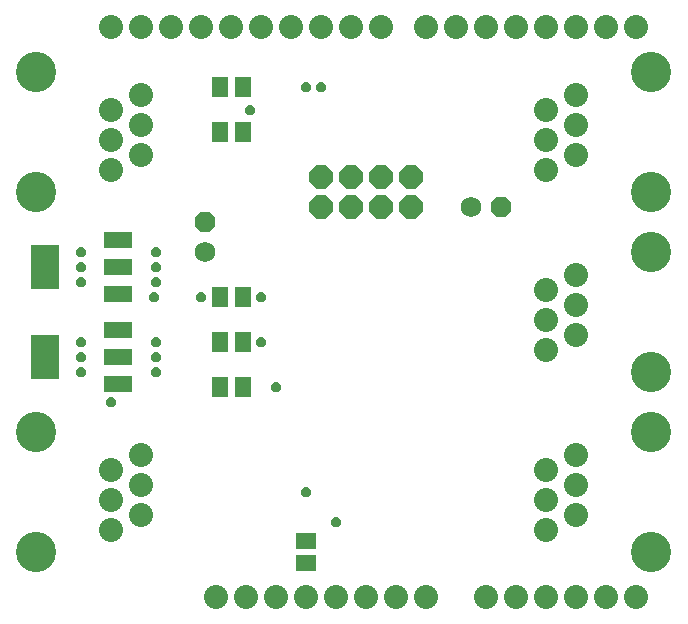
<source format=gts>
G75*
%MOIN*%
%OFA0B0*%
%FSLAX24Y24*%
%IPPOS*%
%LPD*%
%AMOC8*
5,1,8,0,0,1.08239X$1,22.5*
%
%ADD10R,0.0572X0.0651*%
%ADD11OC8,0.0690*%
%ADD12C,0.0690*%
%ADD13C,0.0800*%
%ADD14C,0.1340*%
%ADD15OC8,0.0800*%
%ADD16R,0.0940X0.0540*%
%ADD17R,0.0926X0.1477*%
%ADD18R,0.0651X0.0572*%
%ADD19OC8,0.0330*%
D10*
X013878Y008150D03*
X014626Y008150D03*
X014626Y009650D03*
X013878Y009650D03*
X013878Y011150D03*
X014626Y011150D03*
X014626Y016650D03*
X013878Y016650D03*
X013878Y018150D03*
X014626Y018150D03*
D11*
X013359Y013650D03*
X023252Y014150D03*
D12*
X022252Y014150D03*
X013359Y012650D03*
D13*
X010252Y015400D03*
X011252Y015900D03*
X010252Y016400D03*
X011252Y016900D03*
X010252Y017400D03*
X011252Y017900D03*
X011252Y020150D03*
X010252Y020150D03*
X012252Y020150D03*
X013252Y020150D03*
X014252Y020150D03*
X015252Y020150D03*
X016252Y020150D03*
X017252Y020150D03*
X018252Y020150D03*
X019252Y020150D03*
X020752Y020150D03*
X021752Y020150D03*
X022752Y020150D03*
X023752Y020150D03*
X024752Y020150D03*
X025752Y020150D03*
X026752Y020150D03*
X027752Y020150D03*
X025752Y017900D03*
X024752Y017400D03*
X025752Y016900D03*
X024752Y016400D03*
X025752Y015900D03*
X024752Y015400D03*
X025752Y011900D03*
X024752Y011400D03*
X025752Y010900D03*
X024752Y010400D03*
X025752Y009900D03*
X024752Y009400D03*
X025752Y005900D03*
X024752Y005400D03*
X025752Y004900D03*
X024752Y004400D03*
X025752Y003900D03*
X024752Y003400D03*
X024752Y001150D03*
X023752Y001150D03*
X022752Y001150D03*
X020752Y001150D03*
X019752Y001150D03*
X018752Y001150D03*
X017752Y001150D03*
X016752Y001150D03*
X015752Y001150D03*
X014752Y001150D03*
X013752Y001150D03*
X010252Y003400D03*
X011252Y003900D03*
X010252Y004400D03*
X011252Y004900D03*
X010252Y005400D03*
X011252Y005900D03*
X025752Y001150D03*
X026752Y001150D03*
X027752Y001150D03*
D14*
X007752Y002650D03*
X007752Y006650D03*
X007752Y014650D03*
X007752Y018650D03*
X028252Y018650D03*
X028252Y014650D03*
X028252Y012650D03*
X028252Y008650D03*
X028252Y006650D03*
X028252Y002650D03*
D15*
X020252Y014150D03*
X019252Y014150D03*
X018252Y014150D03*
X017252Y014150D03*
X017252Y015150D03*
X018252Y015150D03*
X019252Y015150D03*
X020252Y015150D03*
D16*
X010472Y013060D03*
X010472Y012150D03*
X010472Y011240D03*
X010472Y010060D03*
X010472Y009150D03*
X010472Y008240D03*
D17*
X008032Y009150D03*
X008032Y012150D03*
D18*
X016752Y003024D03*
X016752Y002276D03*
D19*
X017752Y003650D03*
X016752Y004650D03*
X015752Y008150D03*
X015252Y009650D03*
X015252Y011150D03*
X013252Y011150D03*
X011752Y011650D03*
X011669Y011150D03*
X011752Y012150D03*
X011752Y012650D03*
X009252Y012650D03*
X009252Y012150D03*
X009252Y011650D03*
X009252Y009650D03*
X009252Y009150D03*
X009252Y008650D03*
X010252Y007650D03*
X011752Y008650D03*
X011752Y009150D03*
X011752Y009650D03*
X014877Y017400D03*
X016752Y018150D03*
X017252Y018150D03*
M02*

</source>
